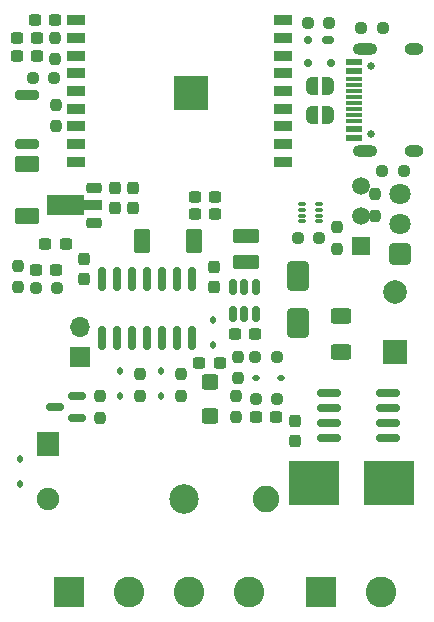
<source format=gbr>
%TF.GenerationSoftware,KiCad,Pcbnew,8.0.6*%
%TF.CreationDate,2024-11-14T14:47:25+01:00*%
%TF.ProjectId,TwinkleTron,5477696e-6b6c-4655-9472-6f6e2e6b6963,rev?*%
%TF.SameCoordinates,Original*%
%TF.FileFunction,Soldermask,Top*%
%TF.FilePolarity,Negative*%
%FSLAX46Y46*%
G04 Gerber Fmt 4.6, Leading zero omitted, Abs format (unit mm)*
G04 Created by KiCad (PCBNEW 8.0.6) date 2024-11-14 14:47:25*
%MOMM*%
%LPD*%
G01*
G04 APERTURE LIST*
G04 Aperture macros list*
%AMRoundRect*
0 Rectangle with rounded corners*
0 $1 Rounding radius*
0 $2 $3 $4 $5 $6 $7 $8 $9 X,Y pos of 4 corners*
0 Add a 4 corners polygon primitive as box body*
4,1,4,$2,$3,$4,$5,$6,$7,$8,$9,$2,$3,0*
0 Add four circle primitives for the rounded corners*
1,1,$1+$1,$2,$3*
1,1,$1+$1,$4,$5*
1,1,$1+$1,$6,$7*
1,1,$1+$1,$8,$9*
0 Add four rect primitives between the rounded corners*
20,1,$1+$1,$2,$3,$4,$5,0*
20,1,$1+$1,$4,$5,$6,$7,0*
20,1,$1+$1,$6,$7,$8,$9,0*
20,1,$1+$1,$8,$9,$2,$3,0*%
%AMFreePoly0*
4,1,9,3.862500,-0.866500,0.737500,-0.866500,0.737500,-0.450000,-0.737500,-0.450000,-0.737500,0.450000,0.737500,0.450000,0.737500,0.866500,3.862500,0.866500,3.862500,-0.866500,3.862500,-0.866500,$1*%
%AMFreePoly1*
4,1,19,0.500000,-0.750000,0.000000,-0.750000,0.000000,-0.744911,-0.071157,-0.744911,-0.207708,-0.704816,-0.327430,-0.627875,-0.420627,-0.520320,-0.479746,-0.390866,-0.500000,-0.250000,-0.500000,0.250000,-0.479746,0.390866,-0.420627,0.520320,-0.327430,0.627875,-0.207708,0.704816,-0.071157,0.744911,0.000000,0.744911,0.000000,0.750000,0.500000,0.750000,0.500000,-0.750000,0.500000,-0.750000,
$1*%
%AMFreePoly2*
4,1,19,0.000000,0.744911,0.071157,0.744911,0.207708,0.704816,0.327430,0.627875,0.420627,0.520320,0.479746,0.390866,0.500000,0.250000,0.500000,-0.250000,0.479746,-0.390866,0.420627,-0.520320,0.327430,-0.627875,0.207708,-0.704816,0.071157,-0.744911,0.000000,-0.744911,0.000000,-0.750000,-0.500000,-0.750000,-0.500000,0.750000,0.000000,0.750000,0.000000,0.744911,0.000000,0.744911,
$1*%
G04 Aperture macros list end*
%ADD10RoundRect,0.237500X0.237500X-0.250000X0.237500X0.250000X-0.237500X0.250000X-0.237500X-0.250000X0*%
%ADD11RoundRect,0.237500X-0.237500X0.250000X-0.237500X-0.250000X0.237500X-0.250000X0.237500X0.250000X0*%
%ADD12RoundRect,0.237500X0.250000X0.237500X-0.250000X0.237500X-0.250000X-0.237500X0.250000X-0.237500X0*%
%ADD13RoundRect,0.112500X0.112500X-0.187500X0.112500X0.187500X-0.112500X0.187500X-0.112500X-0.187500X0*%
%ADD14R,2.600000X2.600000*%
%ADD15C,2.600000*%
%ADD16RoundRect,0.050000X-0.285000X-0.100000X0.285000X-0.100000X0.285000X0.100000X-0.285000X0.100000X0*%
%ADD17RoundRect,0.237500X0.237500X-0.300000X0.237500X0.300000X-0.237500X0.300000X-0.237500X-0.300000X0*%
%ADD18RoundRect,0.237500X-0.300000X-0.237500X0.300000X-0.237500X0.300000X0.237500X-0.300000X0.237500X0*%
%ADD19RoundRect,0.237500X-0.237500X0.300000X-0.237500X-0.300000X0.237500X-0.300000X0.237500X0.300000X0*%
%ADD20RoundRect,0.150000X0.150000X-0.512500X0.150000X0.512500X-0.150000X0.512500X-0.150000X-0.512500X0*%
%ADD21RoundRect,0.175000X-0.325000X0.175000X-0.325000X-0.175000X0.325000X-0.175000X0.325000X0.175000X0*%
%ADD22RoundRect,0.150000X-0.150000X0.200000X-0.150000X-0.200000X0.150000X-0.200000X0.150000X0.200000X0*%
%ADD23RoundRect,0.237500X-0.250000X-0.237500X0.250000X-0.237500X0.250000X0.237500X-0.250000X0.237500X0*%
%ADD24RoundRect,0.250000X0.800000X-0.450000X0.800000X0.450000X-0.800000X0.450000X-0.800000X-0.450000X0*%
%ADD25RoundRect,0.225000X0.425000X0.225000X-0.425000X0.225000X-0.425000X-0.225000X0.425000X-0.225000X0*%
%ADD26FreePoly0,180.000000*%
%ADD27RoundRect,0.150000X0.587500X0.150000X-0.587500X0.150000X-0.587500X-0.150000X0.587500X-0.150000X0*%
%ADD28RoundRect,0.237500X0.300000X0.237500X-0.300000X0.237500X-0.300000X-0.237500X0.300000X-0.237500X0*%
%ADD29C,2.500000*%
%ADD30C,2.250000*%
%ADD31C,1.900000*%
%ADD32R,1.900000X2.000000*%
%ADD33RoundRect,0.250000X0.450000X-0.400000X0.450000X0.400000X-0.450000X0.400000X-0.450000X-0.400000X0*%
%ADD34RoundRect,0.250000X-0.450000X-0.800000X0.450000X-0.800000X0.450000X0.800000X-0.450000X0.800000X0*%
%ADD35FreePoly1,180.000000*%
%ADD36FreePoly2,180.000000*%
%ADD37RoundRect,0.150000X0.150000X-0.825000X0.150000X0.825000X-0.150000X0.825000X-0.150000X-0.825000X0*%
%ADD38O,1.700000X1.700000*%
%ADD39R,1.700000X1.700000*%
%ADD40RoundRect,0.150000X0.825000X0.150000X-0.825000X0.150000X-0.825000X-0.150000X0.825000X-0.150000X0*%
%ADD41RoundRect,0.250200X0.649800X-0.649800X0.649800X0.649800X-0.649800X0.649800X-0.649800X-0.649800X0*%
%ADD42C,1.800000*%
%ADD43R,1.500000X0.900000*%
%ADD44C,0.700000*%
%ADD45C,0.750000*%
%ADD46R,2.900000X2.900000*%
%ADD47R,4.240000X3.810000*%
%ADD48C,0.650000*%
%ADD49R,1.450000X0.600000*%
%ADD50R,1.450000X0.300000*%
%ADD51O,2.100000X1.000000*%
%ADD52O,1.600000X1.000000*%
%ADD53RoundRect,0.250000X0.625000X-0.400000X0.625000X0.400000X-0.625000X0.400000X-0.625000X-0.400000X0*%
%ADD54RoundRect,0.112500X-0.187500X-0.112500X0.187500X-0.112500X0.187500X0.112500X-0.187500X0.112500X0*%
%ADD55RoundRect,0.250000X0.650000X-1.000000X0.650000X1.000000X-0.650000X1.000000X-0.650000X-1.000000X0*%
%ADD56R,2.000000X2.000000*%
%ADD57C,2.000000*%
%ADD58RoundRect,0.200000X-0.800000X0.200000X-0.800000X-0.200000X0.800000X-0.200000X0.800000X0.200000X0*%
%ADD59R,1.500000X1.500000*%
%ADD60C,1.500000*%
%ADD61RoundRect,0.250000X0.850000X-0.375000X0.850000X0.375000X-0.850000X0.375000X-0.850000X-0.375000X0*%
G04 APERTURE END LIST*
D10*
%TO.C,R10*%
X19900000Y-41070000D03*
X19900000Y-39245000D03*
%TD*%
D11*
%TO.C,R15*%
X11750000Y-37450000D03*
X11750000Y-39275000D03*
%TD*%
D12*
%TO.C,R4*%
X27800000Y-7700000D03*
X25975000Y-7700000D03*
%TD*%
D13*
%TO.C,D5*%
X17930000Y-34970000D03*
X17930000Y-32870000D03*
%TD*%
D14*
%TO.C,J3*%
X27090000Y-55850000D03*
D15*
X32170000Y-55850000D03*
%TD*%
D16*
%TO.C,U7*%
X25460000Y-22990000D03*
X25460000Y-23490000D03*
X25460000Y-23990000D03*
X25460000Y-24490000D03*
X26940000Y-24490000D03*
X26940000Y-23990000D03*
X26940000Y-23490000D03*
X26940000Y-22990000D03*
%TD*%
D17*
%TO.C,C8*%
X24910000Y-43072500D03*
X24910000Y-41347500D03*
%TD*%
D18*
%TO.C,C2*%
X1325000Y-8950000D03*
X3050000Y-8950000D03*
%TD*%
D11*
%TO.C,R5*%
X4620000Y-14627500D03*
X4620000Y-16452500D03*
%TD*%
%TO.C,R7*%
X1400000Y-28250000D03*
X1400000Y-30075000D03*
%TD*%
D19*
%TO.C,C16*%
X11170000Y-21647500D03*
X11170000Y-23372500D03*
%TD*%
D20*
%TO.C,U4*%
X19650000Y-32310000D03*
X20600000Y-32310000D03*
X21550000Y-32310000D03*
X21550000Y-30035000D03*
X20600000Y-30035000D03*
X19650000Y-30035000D03*
%TD*%
D12*
%TO.C,R13*%
X26940000Y-25870000D03*
X25115000Y-25870000D03*
%TD*%
D10*
%TO.C,R16*%
X28410000Y-26812500D03*
X28410000Y-24987500D03*
%TD*%
D21*
%TO.C,D1*%
X27712500Y-9100000D03*
D22*
X26012500Y-9100000D03*
X26012500Y-11100000D03*
X27912500Y-11100000D03*
%TD*%
D23*
%TO.C,R2*%
X30487500Y-8100000D03*
X32312500Y-8100000D03*
%TD*%
D24*
%TO.C,D10*%
X2170000Y-24007500D03*
X2170000Y-19607500D03*
%TD*%
D13*
%TO.C,D6*%
X13550000Y-39275000D03*
X13550000Y-37175000D03*
%TD*%
D25*
%TO.C,U8*%
X7870000Y-24640000D03*
D26*
X7782500Y-23140000D03*
D25*
X7870000Y-21640000D03*
%TD*%
D27*
%TO.C,Q1*%
X6437500Y-41130000D03*
X6437500Y-39230000D03*
X4562500Y-40180000D03*
%TD*%
D10*
%TO.C,R14*%
X15250000Y-39275000D03*
X15250000Y-37450000D03*
%TD*%
D14*
%TO.C,J4*%
X5750000Y-55850000D03*
D15*
X10830000Y-55850000D03*
X15910000Y-55850000D03*
X20990000Y-55850000D03*
%TD*%
D28*
%TO.C,C6*%
X21542500Y-34017500D03*
X19817500Y-34017500D03*
%TD*%
D29*
%TO.C,K1*%
X15450000Y-48000000D03*
D30*
X22450000Y-48000000D03*
D31*
X3950000Y-48000000D03*
D32*
X3950000Y-43300000D03*
%TD*%
D19*
%TO.C,C10*%
X7000000Y-27675000D03*
X7000000Y-29400000D03*
%TD*%
D33*
%TO.C,D9*%
X17650000Y-41000000D03*
X17650000Y-38100000D03*
%TD*%
D34*
%TO.C,D8*%
X11950000Y-26120000D03*
X16350000Y-26120000D03*
%TD*%
D11*
%TO.C,R12*%
X31650000Y-22175000D03*
X31650000Y-24000000D03*
%TD*%
D35*
%TO.C,IO18*%
X27650000Y-15500000D03*
D36*
X26350000Y-15500000D03*
%TD*%
D37*
%TO.C,U6*%
X8540000Y-34350000D03*
X9810000Y-34350000D03*
X11080000Y-34350000D03*
X12350000Y-34350000D03*
X13620000Y-34350000D03*
X14890000Y-34350000D03*
X16160000Y-34350000D03*
X16160000Y-29400000D03*
X14890000Y-29400000D03*
X13620000Y-29400000D03*
X12350000Y-29400000D03*
X11080000Y-29400000D03*
X9810000Y-29400000D03*
X8540000Y-29400000D03*
%TD*%
D38*
%TO.C,J2*%
X6690000Y-33410000D03*
D39*
X6690000Y-35950000D03*
%TD*%
D12*
%TO.C,R17*%
X23352500Y-35940000D03*
X21527500Y-35940000D03*
%TD*%
D17*
%TO.C,C9*%
X18050000Y-30035000D03*
X18050000Y-28310000D03*
%TD*%
D35*
%TO.C,IO19*%
X27650000Y-13000000D03*
D36*
X26350000Y-13000000D03*
%TD*%
D40*
%TO.C,U5*%
X32725000Y-42800000D03*
X32725000Y-41530000D03*
X32725000Y-40260000D03*
X32725000Y-38990000D03*
X27775000Y-38990000D03*
X27775000Y-40260000D03*
X27775000Y-41530000D03*
X27775000Y-42800000D03*
%TD*%
D28*
%TO.C,C14*%
X18512500Y-36460000D03*
X16787500Y-36460000D03*
%TD*%
D11*
%TO.C,R18*%
X20050000Y-35937500D03*
X20050000Y-37762500D03*
%TD*%
D41*
%TO.C,U2*%
X33750000Y-27240000D03*
D42*
X33750000Y-24700000D03*
X33750000Y-22160000D03*
%TD*%
D19*
%TO.C,C15*%
X9670000Y-21647500D03*
X9670000Y-23372500D03*
%TD*%
D43*
%TO.C,U1*%
X6350000Y-7450000D03*
X6350000Y-8950000D03*
X6350000Y-10450000D03*
X6350000Y-11950000D03*
X6350000Y-13450000D03*
X6350000Y-14950000D03*
X6350000Y-16450000D03*
X6350000Y-17950000D03*
X6350000Y-19450000D03*
X23850000Y-19450000D03*
X23850000Y-17950000D03*
X23850000Y-16450000D03*
X23850000Y-14950000D03*
X23850000Y-13450000D03*
X23850000Y-11950000D03*
X23850000Y-10450000D03*
X23850000Y-8950000D03*
X23850000Y-7450000D03*
D44*
X14960000Y-13100000D03*
X14960000Y-14200000D03*
X15510000Y-12550000D03*
D45*
X15510000Y-13650000D03*
D44*
X15510000Y-14750000D03*
D45*
X16060000Y-13100000D03*
D46*
X16060000Y-13650000D03*
D45*
X16060000Y-14200000D03*
D44*
X16610000Y-12550000D03*
D45*
X16610000Y-13650000D03*
D44*
X16610000Y-14750000D03*
X17160000Y-13100000D03*
X17160000Y-14200000D03*
%TD*%
D10*
%TO.C,R9*%
X8362500Y-41130000D03*
X8362500Y-39305000D03*
%TD*%
D28*
%TO.C,C13*%
X18112500Y-22390000D03*
X16387500Y-22390000D03*
%TD*%
D12*
%TO.C,R1*%
X34112500Y-20250000D03*
X32287500Y-20250000D03*
%TD*%
D13*
%TO.C,D2*%
X1600000Y-46690000D03*
X1600000Y-44590000D03*
%TD*%
D28*
%TO.C,C12*%
X18112500Y-23850000D03*
X16387500Y-23850000D03*
%TD*%
D47*
%TO.C,F2*%
X26480000Y-46650000D03*
X32850000Y-46650000D03*
%TD*%
D48*
%TO.C,J1*%
X31350000Y-17090000D03*
X31350000Y-11310000D03*
D49*
X29905000Y-17450000D03*
X29905000Y-16650000D03*
D50*
X29905000Y-15450000D03*
X29905000Y-14450000D03*
X29905000Y-13950000D03*
X29905000Y-12950000D03*
D49*
X29905000Y-11750000D03*
X29905000Y-10950000D03*
X29905000Y-10950000D03*
X29905000Y-11750000D03*
D50*
X29905000Y-12450000D03*
X29905000Y-13450000D03*
X29905000Y-14950000D03*
X29905000Y-15950000D03*
D49*
X29905000Y-16650000D03*
X29905000Y-17450000D03*
D51*
X30820000Y-18520000D03*
D52*
X35000000Y-18520000D03*
D51*
X30820000Y-9880000D03*
D52*
X35000000Y-9880000D03*
%TD*%
D53*
%TO.C,F1*%
X28780000Y-35580000D03*
X28780000Y-32480000D03*
%TD*%
D54*
%TO.C,D4*%
X21580000Y-37720000D03*
X23680000Y-37720000D03*
%TD*%
D55*
%TO.C,D3*%
X25160000Y-33070000D03*
X25160000Y-29070000D03*
%TD*%
D13*
%TO.C,D7*%
X10050000Y-39275000D03*
X10050000Y-37175000D03*
%TD*%
D28*
%TO.C,C17*%
X5462500Y-26400000D03*
X3737500Y-26400000D03*
%TD*%
D56*
%TO.C,C11*%
X33388750Y-35505570D03*
D57*
X33388750Y-30505570D03*
%TD*%
D18*
%TO.C,C5*%
X21580000Y-41070000D03*
X23305000Y-41070000D03*
%TD*%
%TO.C,C3*%
X2920000Y-28595000D03*
X4645000Y-28595000D03*
%TD*%
D10*
%TO.C,R6*%
X4600000Y-10775000D03*
X4600000Y-8950000D03*
%TD*%
D18*
%TO.C,C1*%
X1337500Y-10520000D03*
X3062500Y-10520000D03*
%TD*%
D58*
%TO.C,SW1*%
X2190000Y-13750000D03*
X2190000Y-17950000D03*
%TD*%
D18*
%TO.C,C4*%
X2837500Y-7450000D03*
X4562500Y-7450000D03*
%TD*%
D59*
%TO.C,U3*%
X30450000Y-26540000D03*
D60*
X30450000Y-24000000D03*
X30450000Y-21460000D03*
%TD*%
D61*
%TO.C,L1*%
X20750000Y-27895000D03*
X20750000Y-25745000D03*
%TD*%
D12*
%TO.C,R3*%
X4502500Y-12350000D03*
X2677500Y-12350000D03*
%TD*%
D23*
%TO.C,R8*%
X2920000Y-30085000D03*
X4745000Y-30085000D03*
%TD*%
D12*
%TO.C,R11*%
X23405000Y-39500000D03*
X21580000Y-39500000D03*
%TD*%
M02*

</source>
